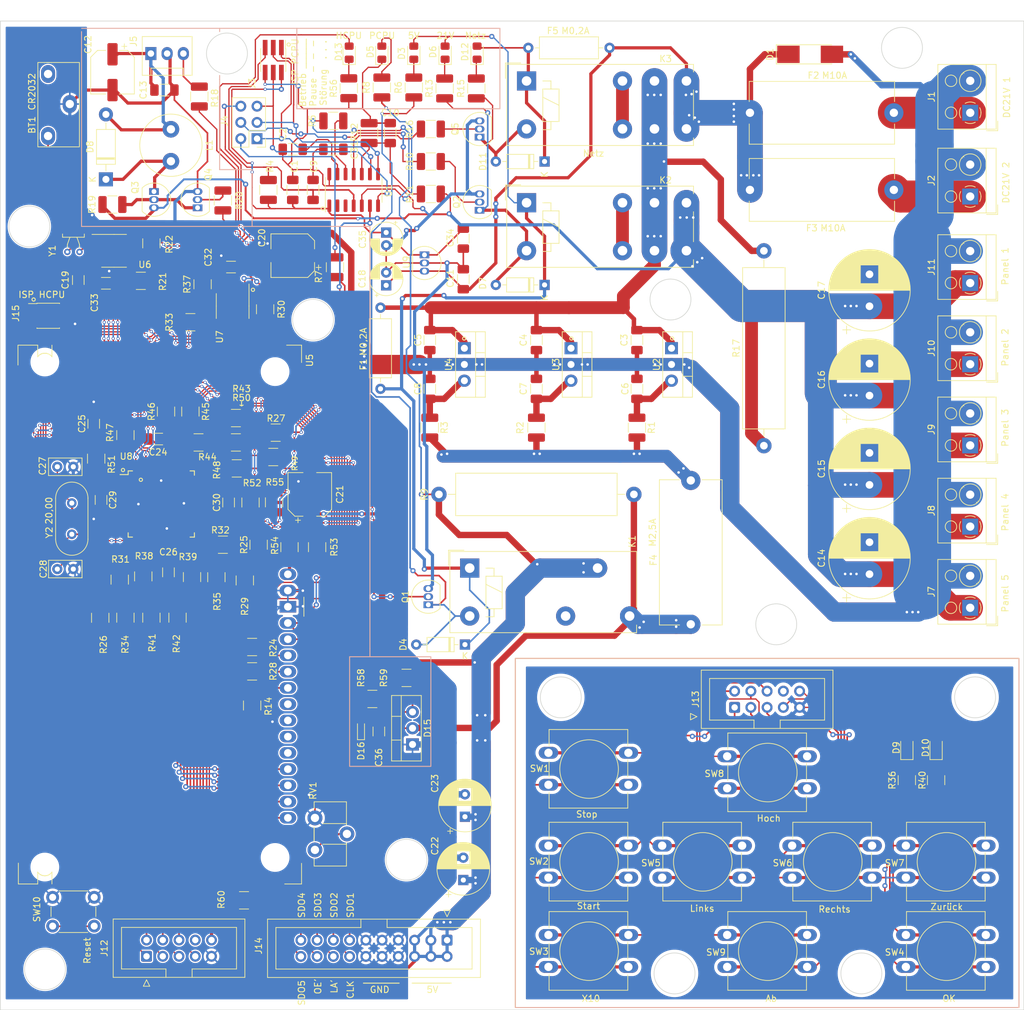
<source format=kicad_pcb>
(kicad_pcb (version 20211014) (generator pcbnew)

  (general
    (thickness 1.6)
  )

  (paper "A4")
  (layers
    (0 "F.Cu" signal)
    (31 "B.Cu" signal)
    (32 "B.Adhes" user "B.Adhesive")
    (33 "F.Adhes" user "F.Adhesive")
    (34 "B.Paste" user)
    (35 "F.Paste" user)
    (36 "B.SilkS" user "B.Silkscreen")
    (37 "F.SilkS" user "F.Silkscreen")
    (38 "B.Mask" user)
    (39 "F.Mask" user)
    (40 "Dwgs.User" user "User.Drawings")
    (41 "Cmts.User" user "User.Comments")
    (42 "Eco1.User" user "User.Eco1")
    (43 "Eco2.User" user "User.Eco2")
    (44 "Edge.Cuts" user)
    (45 "Margin" user)
    (46 "B.CrtYd" user "B.Courtyard")
    (47 "F.CrtYd" user "F.Courtyard")
    (48 "B.Fab" user)
    (49 "F.Fab" user)
    (50 "User.1" user)
    (51 "User.2" user)
    (52 "User.3" user)
    (53 "User.4" user)
    (54 "User.5" user)
    (55 "User.6" user)
    (56 "User.7" user)
    (57 "User.8" user)
    (58 "User.9" user)
  )

  (setup
    (stackup
      (layer "F.SilkS" (type "Top Silk Screen"))
      (layer "F.Paste" (type "Top Solder Paste"))
      (layer "F.Mask" (type "Top Solder Mask") (thickness 0.01))
      (layer "F.Cu" (type "copper") (thickness 0.035))
      (layer "dielectric 1" (type "core") (thickness 1.51) (material "FR4") (epsilon_r 4.5) (loss_tangent 0.02))
      (layer "B.Cu" (type "copper") (thickness 0.035))
      (layer "B.Mask" (type "Bottom Solder Mask") (thickness 0.01))
      (layer "B.Paste" (type "Bottom Solder Paste"))
      (layer "B.SilkS" (type "Bottom Silk Screen"))
      (copper_finish "None")
      (dielectric_constraints no)
    )
    (pad_to_mask_clearance 0)
    (pcbplotparams
      (layerselection 0x00010fc_ffffffff)
      (disableapertmacros false)
      (usegerberextensions false)
      (usegerberattributes true)
      (usegerberadvancedattributes true)
      (creategerberjobfile true)
      (svguseinch false)
      (svgprecision 6)
      (excludeedgelayer true)
      (plotframeref false)
      (viasonmask false)
      (mode 1)
      (useauxorigin false)
      (hpglpennumber 1)
      (hpglpenspeed 20)
      (hpglpendiameter 15.000000)
      (dxfpolygonmode true)
      (dxfimperialunits true)
      (dxfusepcbnewfont true)
      (psnegative false)
      (psa4output false)
      (plotreference true)
      (plotvalue true)
      (plotinvisibletext false)
      (sketchpadsonfab false)
      (subtractmaskfromsilk true)
      (outputformat 1)
      (mirror false)
      (drillshape 0)
      (scaleselection 1)
      (outputdirectory "Panel/")
    )
  )

  (net 0 "")
  (net 1 "Net-(BT1-Pad2)")
  (net 2 "Net-(C2-Pad1)")
  (net 3 "Net-(C1-Pad2)")
  (net 4 "Net-(C6-Pad1)")
  (net 5 "Net-(C7-Pad1)")
  (net 6 "Net-(C8-Pad1)")
  (net 7 "Net-(C9-Pad2)")
  (net 8 "Net-(C10-Pad2)")
  (net 9 "Net-(C12-Pad1)")
  (net 10 "Net-(C14-Pad1)")
  (net 11 "Net-(BT1-Pad1)")
  (net 12 "Net-(C25-Pad1)")
  (net 13 "Net-(C27-Pad1)")
  (net 14 "Net-(C28-Pad2)")
  (net 15 "Net-(C3-Pad1)")
  (net 16 "Net-(D3-Pad1)")
  (net 17 "Net-(D3-Pad2)")
  (net 18 "Net-(D4-Pad2)")
  (net 19 "Net-(D5-Pad2)")
  (net 20 "Net-(D6-Pad1)")
  (net 21 "Net-(D7-Pad2)")
  (net 22 "Net-(D8-Pad1)")
  (net 23 "Net-(F2-Pad1)")
  (net 24 "Net-(F3-Pad1)")
  (net 25 "Net-(J3-Pad1)")
  (net 26 "Net-(J3-Pad3)")
  (net 27 "Net-(J3-Pad4)")
  (net 28 "Net-(J14-Pad13)")
  (net 29 "Net-(J14-Pad14)")
  (net 30 "Net-(J14-Pad15)")
  (net 31 "Net-(J14-Pad16)")
  (net 32 "Net-(J14-Pad17)")
  (net 33 "Net-(J14-Pad19)")
  (net 34 "Net-(J14-Pad20)")
  (net 35 "Net-(J15-Pad1)")
  (net 36 "Net-(J15-Pad3)")
  (net 37 "Net-(J15-Pad4)")
  (net 38 "unconnected-(K1-Pad12)")
  (net 39 "unconnected-(K2-Pad12)")
  (net 40 "Net-(Q1-Pad2)")
  (net 41 "Net-(Q2-Pad2)")
  (net 42 "Net-(Q3-Pad2)")
  (net 43 "Net-(Q4-Pad2)")
  (net 44 "Net-(C11-Pad1)")
  (net 45 "Net-(J4-Pad2)")
  (net 46 "Net-(R8-Pad2)")
  (net 47 "Net-(J4-Pad4)")
  (net 48 "Net-(R18-Pad1)")
  (net 49 "Net-(J5-Pad3)")
  (net 50 "Net-(R20-Pad1)")
  (net 51 "Net-(R21-Pad1)")
  (net 52 "Net-(R22-Pad1)")
  (net 53 "Net-(R24-Pad1)")
  (net 54 "Net-(R25-Pad1)")
  (net 55 "Net-(J4-Pad6)")
  (net 56 "Net-(R26-Pad2)")
  (net 57 "Net-(R27-Pad1)")
  (net 58 "Net-(R27-Pad2)")
  (net 59 "Net-(R28-Pad1)")
  (net 60 "Net-(R29-Pad1)")
  (net 61 "Net-(R30-Pad1)")
  (net 62 "Net-(R31-Pad1)")
  (net 63 "Net-(R32-Pad1)")
  (net 64 "Net-(R33-Pad1)")
  (net 65 "Net-(R34-Pad1)")
  (net 66 "Net-(R35-Pad1)")
  (net 67 "Net-(R37-Pad1)")
  (net 68 "Net-(R38-Pad1)")
  (net 69 "Net-(R39-Pad1)")
  (net 70 "Net-(R41-Pad1)")
  (net 71 "Net-(R42-Pad1)")
  (net 72 "Net-(R43-Pad1)")
  (net 73 "Net-(R44-Pad1)")
  (net 74 "Net-(R45-Pad1)")
  (net 75 "Net-(R46-Pad1)")
  (net 76 "Net-(R47-Pad1)")
  (net 77 "Net-(R48-Pad1)")
  (net 78 "Net-(R49-Pad1)")
  (net 79 "Net-(R50-Pad1)")
  (net 80 "unconnected-(U1-Pad2)")
  (net 81 "unconnected-(U1-Pad3)")
  (net 82 "Net-(U6-Pad1)")
  (net 83 "Net-(U6-Pad2)")
  (net 84 "unconnected-(U6-Pad7)")
  (net 85 "Net-(C20-Pad1)")
  (net 86 "Net-(C31-Pad2)")
  (net 87 "Net-(D11-Pad1)")
  (net 88 "Net-(D11-Pad2)")
  (net 89 "Net-(R53-Pad1)")
  (net 90 "Net-(J12-Pad1)")
  (net 91 "Net-(J12-Pad2)")
  (net 92 "Net-(J12-Pad3)")
  (net 93 "Net-(J12-Pad4)")
  (net 94 "Net-(J12-Pad5)")
  (net 95 "Net-(J12-Pad6)")
  (net 96 "Net-(D12-Pad1)")
  (net 97 "Net-(C36-Pad1)")
  (net 98 "Net-(F4-Pad2)")
  (net 99 "unconnected-(K3-Pad12)")
  (net 100 "Net-(Q5-Pad2)")
  (net 101 "Net-(R52-Pad2)")
  (net 102 "Net-(R16-Pad2)")
  (net 103 "Net-(D9-Pad1)")
  (net 104 "Net-(D15-Pad2)")
  (net 105 "Net-(D16-Pad2)")
  (net 106 "Net-(R14-Pad2)")
  (net 107 "Net-(R24-Pad2)")
  (net 108 "Net-(R28-Pad2)")
  (net 109 "Net-(R31-Pad2)")
  (net 110 "Net-(R34-Pad2)")
  (net 111 "Net-(R38-Pad2)")
  (net 112 "Net-(R41-Pad2)")
  (net 113 "Net-(R54-Pad1)")
  (net 114 "Net-(RV1-Pad2)")
  (net 115 "unconnected-(U5-Pad7)")
  (net 116 "unconnected-(U5-Pad8)")
  (net 117 "unconnected-(U5-Pad9)")
  (net 118 "unconnected-(U5-Pad10)")
  (net 119 "Net-(J14-Pad18)")
  (net 120 "unconnected-(J12-Pad8)")
  (net 121 "Net-(D9-Pad2)")
  (net 122 "Net-(D10-Pad2)")
  (net 123 "unconnected-(J13-Pad8)")
  (net 124 "Net-(D13-Pad1)")
  (net 125 "Net-(J13-Pad6)")
  (net 126 "Net-(J13-Pad5)")
  (net 127 "Net-(J13-Pad4)")
  (net 128 "Net-(J13-Pad3)")
  (net 129 "Net-(J13-Pad2)")
  (net 130 "Net-(J13-Pad1)")
  (net 131 "Net-(D10-Pad1)")
  (net 132 "Net-(J12-Pad10)")
  (net 133 "Net-(D13-Pad2)")
  (net 134 "Net-(R55-Pad1)")
  (net 135 "Net-(J13-Pad9)")

  (footprint "Crystal:Crystal_HC49-4H_Vertical" (layer "F.Cu") (at 25.527 94.887 90))

  (footprint "Resistor_SMD:R_1210_3225Metric_Pad1.30x2.65mm_HandSolder" (layer "F.Cu") (at 44.069 61.722 180))

  (footprint "Diode_THT:D_DO-35_SOD27_P7.62mm_Horizontal" (layer "F.Cu") (at 99.441 55.88 180))

  (footprint "Library:OMR B3F-4000" (layer "F.Cu") (at 100.049 157.56))

  (footprint "Fuse:Fuseholder_Cylinder-5x20mm_Schurter_0031_8201_Horizontal_Open" (layer "F.Cu") (at 154.051 41.021 180))

  (footprint "Capacitor_SMD:C_1206_3216Metric_Pad1.33x1.80mm_HandSolder" (layer "F.Cu") (at 86.741 48.641 -90))

  (footprint "Resistor_SMD:R_1210_3225Metric_Pad1.30x2.65mm_HandSolder" (layer "F.Cu") (at 45.974 55.779 90))

  (footprint "Capacitor_THT:C_Disc_D5.0mm_W2.5mm_P2.50mm" (layer "F.Cu") (at 25.761 100.33 180))

  (footprint "TerminalBlock_RND:TerminalBlock_RND_205-00001_1x02_P5.00mm_Horizontal" (layer "F.Cu") (at 165.981 80.986 90))

  (footprint "Resistor_THT:R_Axial_Power_L25.0mm_W6.4mm_P30.48mm" (layer "F.Cu") (at 133.731 81.031 90))

  (footprint "Capacitor_SMD:C_1206_3216Metric_Pad1.33x1.80mm_HandSolder" (layer "F.Cu") (at 98.171 72.136 90))

  (footprint "LED_SMD:LED_0805_2012Metric_Pad1.15x1.40mm_HandSolder" (layer "F.Cu") (at 88.891 19.556 90))

  (footprint "Resistor_THT:R_Axial_Power_L25.0mm_W6.4mm_P30.48mm" (layer "F.Cu") (at 82.926 88.646))

  (footprint "Resistor_SMD:R_1210_3225Metric_Pad1.30x2.65mm_HandSolder" (layer "F.Cu") (at 53.721 112.522))

  (footprint "Resistor_SMD:R_1210_3225Metric_Pad1.30x2.65mm_HandSolder" (layer "F.Cu") (at 54.737 96.52 -90))

  (footprint "Resistor_SMD:R_1210_3225Metric_Pad1.30x2.65mm_HandSolder" (layer "F.Cu") (at 81.661 36.576 180))

  (footprint "Diode_THT:D_DO-35_SOD27_P7.62mm_Horizontal" (layer "F.Cu") (at 86.995 112.141 180))

  (footprint "Resistor_SMD:R_1210_3225Metric_Pad1.30x2.65mm_HandSolder" (layer "F.Cu") (at 29.337 83.058 90))

  (footprint "Library:OMR B3F-4000" (layer "F.Cu") (at 127.989 129.62))

  (footprint "TerminalBlock_RND:TerminalBlock_RND_205-00001_1x02_P5.00mm_Horizontal" (layer "F.Cu") (at 165.981 93.686 90))

  (footprint "Resistor_SMD:R_1210_3225Metric_Pad1.30x2.65mm_HandSolder" (layer "F.Cu") (at 83.82 25.146 -90))

  (footprint "Package_TO_SOT_THT:TO-92_Inline" (layer "F.Cu") (at 89.281 44.196 90))

  (footprint "Library:OMR B3F-4000" (layer "F.Cu") (at 138.149 143.59))

  (footprint "Resistor_SMD:R_1210_3225Metric_Pad1.30x2.65mm_HandSolder" (layer "F.Cu") (at 79 25 -90))

  (footprint "LED_SMD:LED_0805_2012Metric_Pad1.15x1.40mm_HandSolder" (layer "F.Cu") (at 156.083 128.27 90))

  (footprint "Capacitor_SMD:C_1206_3216Metric_Pad1.33x1.80mm_HandSolder" (layer "F.Cu") (at 26.543 55.118 90))

  (footprint "Package_QFP:TQFP-44_10x10mm_P0.8mm" (layer "F.Cu") (at 39.516 90.151))

  (footprint "Capacitor_SMD:C_1206_3216Metric_Pad1.33x1.80mm_HandSolder" (layer "F.Cu") (at 50.038 89.916 90))

  (footprint "Capacitor_SMD:C_1206_3216Metric_Pad1.33x1.80mm_HandSolder" (layer "F.Cu") (at 39.0275 79.991 180))

  (footprint "LED_SMD:LED_0805_2012Metric_Pad1.15x1.40mm_HandSolder" (layer "F.Cu") (at 79 19.556 90))

  (footprint "Capacitor_THT:CP_Radial_D12.5mm_P5.00mm" (layer "F.Cu") (at 150.241 101.129959 90))

  (footprint "Resistor_SMD:R_1210_3225Metric_Pad1.30x2.65mm_HandSolder" (layer "F.Cu") (at 63.881 96.901 90))

  (footprint "LED_SMD:LED_0805_2012Metric_Pad1.15x1.40mm_HandSolder" (layer "F.Cu") (at 83.891 19.556 90))

  (footprint "Resistor_SMD:R_1210_3225Metric_Pad1.30x2.65mm_HandSolder" (layer "F.Cu") (at 29.972 107.95 90))

  (footprint "Capacitor_SMD:C_1206_3216Metric_Pad1.33x1.80mm_HandSolder" (layer "F.Cu") (at 113.8835 64.516 -90))

  (footprint "Connector_PinHeader_2.54mm:PinHeader_2x03_P2.54mm_Vertical" (layer "F.Cu") (at 54.488 33.005 180))

  (footprint "Resistor_SMD:R_1210_3225Metric_Pad1.30x2.65mm_HandSolder" (layer "F.Cu") (at 88.773 25.146 -90))

  (footprint "Resistor_SMD:R_1210_3225Metric_Pad1.30x2.65mm_HandSolder" (layer "F.Cu") (at 49.149 42.672 90))

  (footprint "Resistor_SMD:R_1210_3225Metric_Pad1.30x2.65mm_HandSolder" (layer "F.Cu") (at 66.675 53.112 90))

  (footprint "TerminalBlock_RND:TerminalBlock_RND_205-00001_1x02_P5.00mm_Horizontal" (layer "F.Cu") (at 165.981 106.386 90))

  (footprint "Capacitor_SMD:C_1206_3216Metric_Pad1.33x1.80mm_HandSolder" (layer "F.Cu") (at 86.741 54.991 90))

  (footprint "Resistor_THT:R_Axial_DIN0309_L9.0mm_D3.2mm_P12.70mm_Horizontal" (layer "F.Cu")
    (tedit 5AE5139B) (tstamp 4be1f6f2-1171-483d-a62d-19cee7187387)
    (at 73.787 72.136 90)
    (descr "Resistor, Axial_DIN0309 series, Axial, Horizontal, pin pitch=12.7mm, 0.5W = 1/2W, length*diameter=9*3.2mm^2, http://cdn-reichelt.de/documents/datenblatt/B400/1_4W%23YAG.pdf")
    (tags "Resistor Axial_DIN0309 series Axial Horizontal pin pitch 12.7mm 0.5W = 1/2W length 9mm diameter 3.2mm")
    (property "Sheetfile" "Lauflicht_Steuerplatine.kicad_sch")
    (property "Sheetname" "")
    (path "/4ef6527b-4eb9-4650-9ae0-9109f2377f5e")
    (attr through_hole)
    (fp_text reference "F1" (at 3.81 -2.667 90) (layer "F.SilkS")
      (effects (font (size 1 1) (thickness 0.15)))
      (tstamp a906b122-c900-4a97-8838-a16082d3296e)
    )
    (fp_text value "Fuse" (at 6.35 2.72 90) (layer "F.Fab")
      (effects (font (size 1 1) (thickness 0.15)))
      (tstamp cec5dc60-333b-48e2-8913-7442ca86666b)
    )
    (fp_text user "${REFERENCE}" (at 6.35 0 90) (layer "F.Fab")
      (effects (font (size 1 1) (thickness 0.15)))
      (tstamp e7e3e263-130f-414b-aaa3-822ec86c42dc)
    )
    (fp_line (start 1.73 -1.72) (end 1.73 1.72) (layer "F.SilkS") (width 0.12) (tstamp 48ba332d-280b-4ea6-b011-2e7d310f3a8c))
    (fp_line (start 1.73 1.72) (end 10.97 1.72) (layer "F.SilkS") (width 0.12) (tstamp 50af8d3f-4df1-438a-a4a6-381a3ea50b5b))
    (fp_line (start 1.04 0) (end 1.73 0) (layer "F.SilkS") (width 0.12) (tstamp 60d4f7da-4866-498b-9050-43314194da45))
    (fp_line (start 10.97 -1.72) (end 1.73 -1.72) (layer "F.SilkS") (width 0.12) (tstamp 66cfa838-213b-47d7-8a5d-2df2f302722e))
    (fp_line (start 10.97 1.72) (end 10.97 -1.72) (layer "F.SilkS") (width 0.12) (tstamp af3adfa7-76d4-4f45-8711-dec2ff0d50b0))
    (fp_line (start 11.66 0) (end 10.97 0) (layer "F.SilkS") (width 0.12) (tstamp efd4aad8-3d31-4b42-bb83-d9bef7bed597))
    (fp_line (start 13.75 -1.85) (end -1.05 -1.85) (layer "F.CrtYd") (width 0.05) (tstamp 2f5d8f41-b97f-4afc-ba81-f0e07b7cbf3b))
    (fp_line (start 13.75 1.85) (end 13.75 -1.85) (layer "F.CrtYd") (width 0.05) (tstamp 88bef4ac-3194-42f7-84e6-461a78c20525))
    (fp_line (start -1.05 -1.85) (end -1.05 1.85) (layer "F.CrtYd") (width 0.05) (tstamp da12e768-9b87-45a2-8550-bbcc9dbd8430))
    (fp_line (start -1.05 1.85) (end 13.75 1.85) (layer "F.CrtYd") (width 0.05) (tstamp e8001ece-6d5d-472d-8893-06e3f845f3f0))
    (fp_line (start 1.85 -1.6) (end 1.85 1.6) (layer "F.Fab") (width 0.1) (tstamp 50bfe512-9b4d-4e6d-9881-fc96d2cb278b))
    (fp_line (start 0 0) (end 1.85 0) (layer "F.Fab") (width 0.1) (tstamp 5744c310-fe17-412a-841f-1c61f48c84f6))
    (fp_line (start 12.7 0) (end 10.85 0) (layer "F.Fab") (width 0.1) (tstamp a27965e7-3205-4ba9-907b-8b34d4660615))
    (fp_line (start 1.85 1.6) (end 10.85 1.6) (layer "F.Fab") (width 0.1) (tstamp c3737760-fddd-48dd-bbc9-3834815b7257))
    (fp_line (start 10.85 1.6) (end 10.85 -1.6) (layer "F.Fab") (width 0.1) (tstamp ed0d983c-ac0c-470f-af72-c1d2e5e65635))
    (fp_line (start 10.85 -1.6) (end 1.85 -1.6) (layer "F.Fab") (width 0.1) (tstamp f241e66c-e3d1-4d1f-8ba3-d15be341240f))
    (pad "1" thru_hole circle (at 0 0 90) (size 1.6 1.6) (drill 0.8) (layers *.Cu *.Mask)
      (net 17 "Net-(D3-Pad2)") (pintype "passive") (tstamp e8129d3d-c235-4419-a6b5-380de728cd98))
    (pad "2" thru_hole oval (at 12.7 0 90) (size 1.6 1.6) (drill 0.8) (layers *.Cu *.Mask)
      (net 15 "Net-(C3-Pad1)") (pintype "passive") (tstamp 32577131-4022-49de-90af-3040bef16239))
    (model "${KICAD6_3DMODEL_DIR}/Resistor_THT.3dshapes/R_Axial_DIN0309
... [1499547 chars truncated]
</source>
